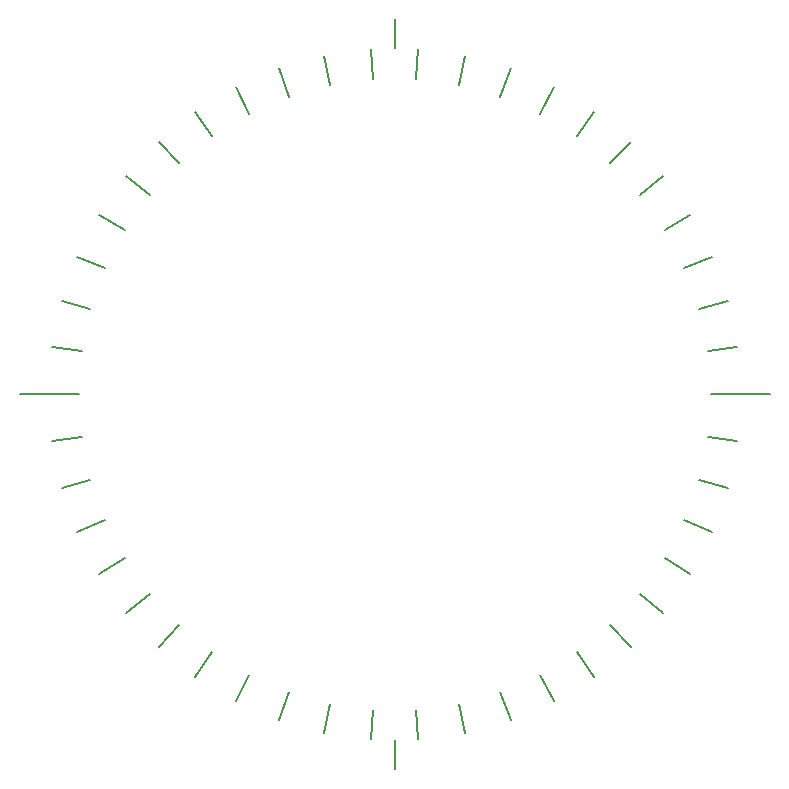
<source format=gto>
G04 #@! TF.GenerationSoftware,KiCad,Pcbnew,(6.0.10)*
G04 #@! TF.CreationDate,2023-03-10T23:15:40+01:00*
G04 #@! TF.ProjectId,VSEncoderWheel,5653456e-636f-4646-9572-576865656c2e,rev?*
G04 #@! TF.SameCoordinates,Original*
G04 #@! TF.FileFunction,Legend,Top*
G04 #@! TF.FilePolarity,Positive*
%FSLAX46Y46*%
G04 Gerber Fmt 4.6, Leading zero omitted, Abs format (unit mm)*
G04 Created by KiCad (PCBNEW (6.0.10)) date 2023-03-10 23:15:40*
%MOMM*%
%LPD*%
G01*
G04 APERTURE LIST*
%ADD10C,0.150000*%
G04 APERTURE END LIST*
D10*
X162306739Y-123750929D02*
X163473004Y-126001718D01*
X155442448Y-126190499D02*
X155958209Y-128672477D01*
X131741703Y-80450137D02*
X130011431Y-78597468D01*
X168258296Y-80450137D02*
X169988568Y-78597468D01*
X151825484Y-126687639D02*
X151998479Y-129216729D01*
X123499150Y-96357542D02*
X120987762Y-96012359D01*
X144557551Y-126190499D02*
X144041790Y-128672477D01*
X162306739Y-76249070D02*
X163473004Y-73998281D01*
X158958029Y-125205479D02*
X159806949Y-127594111D01*
X120715000Y-100000000D02*
X118250000Y-100000000D01*
X125464597Y-110657229D02*
X123139467Y-111667175D01*
X168258296Y-119549862D02*
X169988568Y-121402531D01*
X127144280Y-113898870D02*
X124978327Y-115216015D01*
X175758037Y-107217063D02*
X178199032Y-107900998D01*
X151825484Y-73312360D02*
X151998479Y-70783270D01*
X172855719Y-113898870D02*
X175021672Y-115216015D01*
X155442448Y-73809500D02*
X155958209Y-71327522D01*
X176500849Y-96357542D02*
X179012237Y-96012359D01*
X170750277Y-83118397D02*
X172716705Y-81518589D01*
X124241962Y-107217063D02*
X121800967Y-107900998D01*
X131741703Y-119549862D02*
X130011431Y-121402531D01*
X174535402Y-110657229D02*
X176860532Y-111667175D01*
X123499150Y-103642457D02*
X120987762Y-103987640D01*
X127144280Y-86101129D02*
X124978327Y-84783984D01*
X150000000Y-70715000D02*
X150000000Y-68250000D01*
X165426198Y-78146055D02*
X166888083Y-76075036D01*
X141041970Y-74794520D02*
X140193050Y-72405888D01*
X176500849Y-103642457D02*
X179012237Y-103987640D01*
X148174515Y-126687639D02*
X148001520Y-129216729D01*
X129249722Y-83118397D02*
X127283294Y-81518589D01*
X124241962Y-92782936D02*
X121800967Y-92099001D01*
X134573801Y-121853944D02*
X133111916Y-123924963D01*
X179285000Y-100000000D02*
X181750000Y-100000000D01*
X150000000Y-129285000D02*
X150000000Y-131750000D01*
X144557551Y-73809500D02*
X144041790Y-71327522D01*
X134573801Y-78146055D02*
X133111916Y-76075036D01*
X165426198Y-121853944D02*
X166888083Y-123924963D01*
X176750000Y-100000000D02*
X179285000Y-100000000D01*
X125464597Y-89342770D02*
X123139467Y-88332824D01*
X158958029Y-74794520D02*
X159806949Y-72405888D01*
X137693260Y-76249070D02*
X136526995Y-73998281D01*
X172855719Y-86101129D02*
X175021672Y-84783984D01*
X137693260Y-123750929D02*
X136526995Y-126001718D01*
X148174515Y-73312360D02*
X148001520Y-70783270D01*
X129249722Y-116881602D02*
X127283294Y-118481410D01*
X170750277Y-116881602D02*
X172716705Y-118481410D01*
X123250000Y-100000000D02*
X120715000Y-100000000D01*
X175758037Y-92782936D02*
X178199032Y-92099001D01*
X141041970Y-125205479D02*
X140193050Y-127594111D01*
X174535402Y-89342770D02*
X176860532Y-88332824D01*
%LPC*%
M02*

</source>
